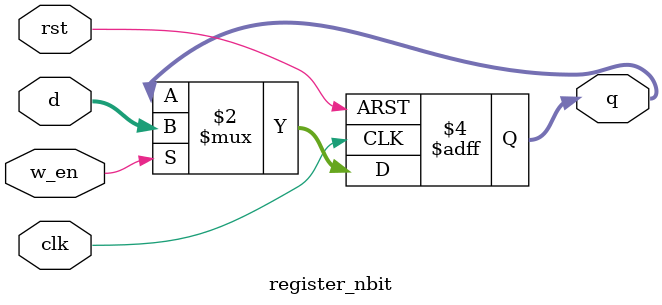
<source format=sv>
`timescale 1ns/1ps
module register_nbit #(
    parameter WIDTH = 32
) (
    input logic clk,
    input logic rst,
    input logic w_en,
    input logic [WIDTH-1:0] d,
    output logic [WIDTH-1:0] q
);

    always_ff @(posedge clk or posedge rst) begin
        if (rst) begin
            q <= {WIDTH{1'b0}};
        end else if (w_en) begin
            q <= d;
        end
    end
endmodule
</source>
